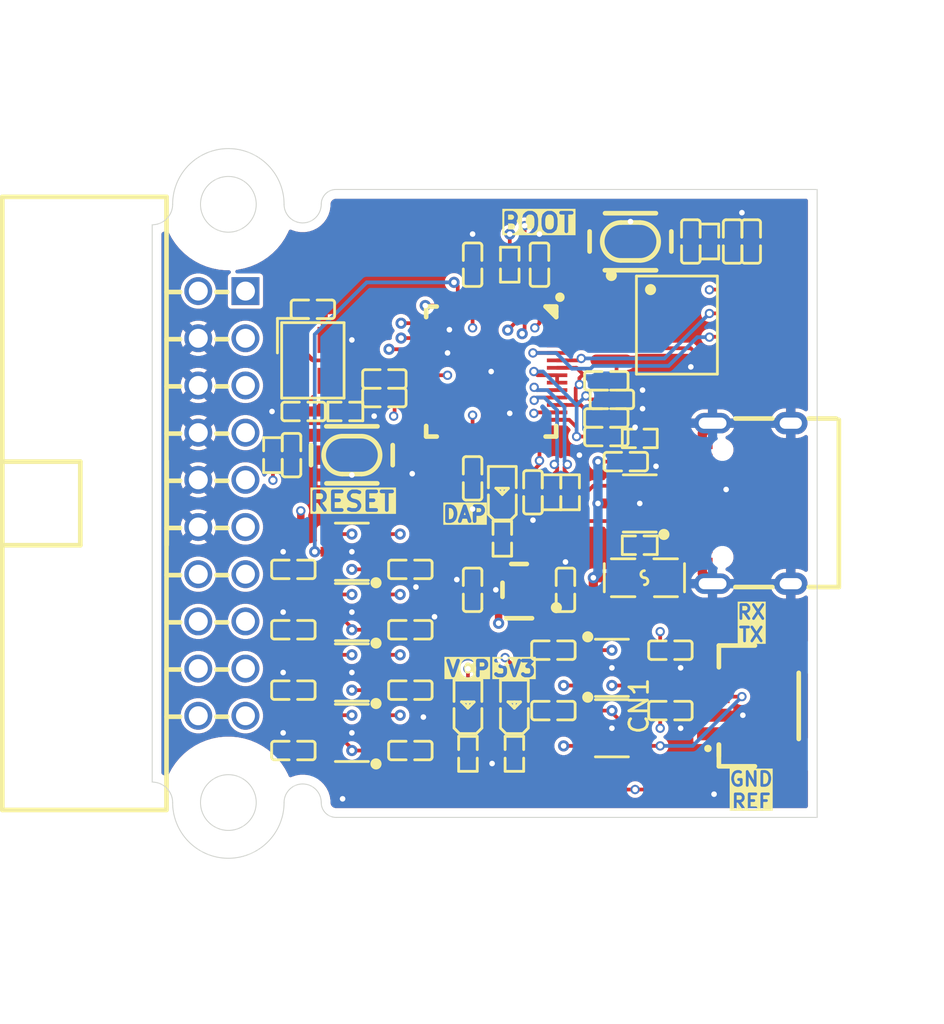
<source format=kicad_pcb>
(kicad_pcb (version 20241229) (generator "pcbnew") (generator_version "9.0")
  (layers (0 "F.Cu" signal) (4 "In1.Cu" signal) (6 "In2.Cu" signal) (2 "B.Cu" signal) (13 "F.Paste" user) (15 "B.Paste" user) (5 "F.SilkS" user "F.Silkscreen") (7 "B.SilkS" user "B.Silkscreen") (1 "F.Mask" user) (3 "B.Mask" user) (25 "Edge.Cuts" user))
  (net 0 "")
  (net 1 "GPIO8")
  (net 2 "rpdap-line-3")
  (net 3 "TARGET_SWCLK")
  (net 4 "TARGET_RESET")
  (net 5 "_5")
  (net 6 "QSPI_SCLK")
  (net 7 "QSPI_SD2")
  (net 8 "SWCLK")
  (net 9 "_20")
  (net 10 "_2")
  (net 11 "DO")
  (net 12 "rpdap.mcu-line-5")
  (net 13 "-hv")
  (net 14 "cathode-0")
  (net 15 "line-3")
  (net 16 "line-2")
  (net 17 "GPIO22")
  (net 18 "RP_USB_P")
  (net 19 "RP_USB_N")
  (net 20 "GPIO10")
  (net 21 "DI")
  (net 22 "rpdap-line-5")
  (net 23 "GPIO17")
  (net 24 "rpdap.mcu-line-4")
  (net 25 "SWD")
  (net 26 "USB_N")
  (net 27 "K")
  (net 28 "rpdap.mcu-line-6")
  (net 29 "rpdap.ldo.ldo.package.footprint.pins[3].net-net")
  (net 30 "TARGET_SWDIO")
  (net 31 "rpdap-line-6")
  (net 32 "xin")
  (net 33 "GPIO21")
  (net 34 "A")
  (net 35 "rpdap.mcu-line-0")
  (net 36 "QSPI_SD3")
  (net 37 "_17")
  (net 38 "GPIO24")
  (net 39 "GPIO7")
  (net 40 "rpdap-line-4")
  (net 41 "TARGET_SWO")
  (net 42 "line-0")
  (net 43 "RUN")
  (net 44 "rpdap-line-2")
  (net 45 "TARGET_UART_TX")
  (net 46 "rpdap.mcu-line-3")
  (net 47 "rpdap.mcu-line-1")
  (net 48 "rpdap-line-0")
  (net 49 "VBUS")
  (net 50 "_3")
  (net 51 "QSPI_SS")
  (net 52 "GND")
  (net 53 "GPIO13")
  (net 54 "_11")
  (net 55 "cathode-1")
  (net 56 "_18")
  (net 57 "output")
  (net 58 "GPIO5")
  (net 59 "xout")
  (net 60 "hv")
  (net 61 "GPIO16")
  (net 62 "DVDD")
  (net 63 "rpdap-line-1")
  (net 64 "_14")
  (net 65 "GPIO23")
  (net 66 "line-1")
  (net 67 "anode")
  (net 68 "_16")
  (net 69 "USB_P")
  (net 70 "TARGET_UART_RX")
  (net 71 "GPIO6")
  (net 72 "rpdap.mcu-line-2")
  (net 73 "GPIO4")
  (net 74 "3V3")
  (footprint "Wuxi_I_core_Elec_AiP74LVC1T45GB236_TR:SOT-23-6_L2.9-W1.6-P0.95-LS2.8-BL" (layer "F.Cu") (at 24.75 -4.800001 -90)
    (property "Reference" "U7" (hide yes))
    (property "Value" "")
  )
  (footprint "Raspberry_Pi_RP2040:LQFN-56_L7.0-W7.0-P0.4-EP" (layer "F.Cu") (at 18.25 -24 -90)
    (property "Reference" "U9" (hide yes))
    (property "Value" "")
  )
  (footprint "Samsung_Electro_Mechanics_CL05B104KO5NNNC:C0402" (layer "F.Cu") (at 13.9 -13.350001)
    (property "Reference" "C3" (hide yes))
    (property "Value" "100nF ±10% 16V X7R")
  )
  (footprint "Samsung_Electro_Mechanics_CL05B104KO5NNNC:C0402" (layer "F.Cu") (at 31.25 -31 90)
    (property "Reference" "C29" (hide yes))
    (property "Value" "100nF ±10% 16V X7R")
  )
  (footprint "Samsung_Electro_Mechanics_CL05B104KO5NNNC:C0402" (layer "F.Cu") (at 7.599998 -13.350001 180)
    (property "Reference" "C4" (hide yes))
    (property "Value" "100nF ±10% 16V X7R")
  )
  (footprint "Samsung_Electro_Mechanics_CL05B104KO5NNNC:C0402" (layer "F.Cu") (at 17.25 -18.25 -90)
    (property "Reference" "C25" (hide yes))
    (property "Value" "100nF ±10% 16V X7R")
  )
  (footprint "Samsung_Electro_Mechanics_CL05B104KO5NNNC:C0402" (layer "F.Cu") (at 20.5 -17.5 -90)
    (property "Reference" "C24" (hide yes))
    (property "Value" "100nF ±10% 16V X7R")
  )
  (footprint "UNI_ROYAL_0402WGF1002TCE:R0402" (layer "F.Cu") (at 17 -3.420001 -90)
    (property "Reference" "R11" (hide yes))
    (property "Value" "10kΩ ±1% 62.5mW")
  )
  (footprint "Samsung_Electro_Mechanics_CL05B104KO5NNNC:C0402" (layer "F.Cu") (at 27.900002 -5.750001)
    (property "Reference" "C12" (hide yes))
    (property "Value" "100nF ±10% 16V X7R")
  )
  (footprint "Samsung_Electro_Mechanics_CL05B104KO5NNNC:C0402" (layer "F.Cu") (at 13.9 -3.600001)
    (property "Reference" "C9" (hide yes))
    (property "Value" "100nF ±10% 16V X7R")
  )
  (footprint "UNI_ROYAL_0402WGF5101TCE:R0402" (layer "F.Cu") (at 26.25 -14.65 180)
    (property "Reference" "R9" (hide yes))
    (property "Value" "5.1kΩ ±1% 62.5mW")
  )
  (footprint "Samsung_Electro_Mechanics_CL05A105KA5NQNC:C0402" (layer "F.Cu") (at 7.500001 -19.5 -90)
    (property "Reference" "C30" (hide yes))
    (property "Value" "1µF ±10% 25V X5R")
  )
  (footprint "FH_0402CG150J500NT:C0402" (layer "F.Cu") (at 8.15 -21.85 180)
    (property "Reference" "C20" (hide yes))
    (property "Value" "15pF ±5% 50V C0G")
  )
  (footprint "Samsung_Electro_Mechanics_CL05B104KO5NNNC:C0402" (layer "F.Cu") (at 12.500001 -22.6 180)
    (property "Reference" "C18" (hide yes))
    (property "Value" "100nF ±10% 16V X7R")
  )
  (footprint "Samsung_Electro_Mechanics_CL05B104KO5NNNC:C0402" (layer "F.Cu") (at 13.9 -10.100001)
    (property "Reference" "C5" (hide yes))
    (property "Value" "100nF ±10% 16V X7R")
  )
  (footprint "Samsung_Electro_Mechanics_CL05B104KO5NNNC:C0402" (layer "F.Cu") (at 7.599999 -3.6 180)
    (property "Reference" "C10" (hide yes))
    (property "Value" "100nF ±10% 16V X7R")
  )
  (footprint "YAGEO_RC0402FR_0727RL:R0402" (layer "F.Cu") (at 22.5 -17.5 90)
    (property "Reference" "R7" (hide yes))
    (property "Value" "27Ω ±1% 62.5mW")
  )
  (footprint "Wuxi_I_core_Elec_AiP74LVC1T45GB236_TR:SOT-23-6_L2.9-W1.6-P0.95-LS2.8-BL" (layer "F.Cu") (at 24.75 -8.050001 -90)
    (property "Reference" "U8" (hide yes))
    (property "Value" "")
  )
  (footprint "Wuxi_I_core_Elec_AiP74LVC1T45GB236_TR:SOT-23-6_L2.9-W1.6-P0.95-LS2.8-BL" (layer "F.Cu") (at 10.75 -7.800001 90)
    (property "Reference" "U5" (hide yes))
    (property "Value" "")
  )
  (footprint "Megastar_ZX_IDC2_54_2_10PWZ:IDC-TH_20P-P2.54_ZX-IDC2.54-2-10PWZ" (layer "F.Cu") (at 3.75 -16.9 -90)
    (property "Reference" "U1" (hide yes))
    (property "Value" "")
  )
  (footprint "Samsung_Electro_Mechanics_CL05B104KO5NNNC:C0402" (layer "F.Cu") (at 21.6 -5.750001 180)
    (property "Reference" "C11" (hide yes))
    (property "Value" "100nF ±10% 16V X7R")
  )
  (footprint "Samsung_Electro_Mechanics_CL05B104KO5NNNC:C0402" (layer "F.Cu") (at 12.5 -23.6 180)
    (property "Reference" "C23" (hide yes))
    (property "Value" "100nF ±10% 16V X7R")
  )
  (footprint "BHFUSE_BSMD0805_050_15V:F0805" (layer "F.Cu") (at 26.5 -12.9 180)
    (property "Reference" "F1" (hide yes))
    (property "Value" "")
  )
  (footprint "Samsung_Electro_Mechanics_CL05B104KO5NNNC:C0402" (layer "F.Cu") (at 7.599998 -10.100001 180)
    (property "Reference" "C6" (hide yes))
    (property "Value" "100nF ±10% 16V X7R")
  )
  (footprint "UNI_ROYAL_0402WGF1002TCE:R0402" (layer "F.Cu") (at 6.5 -19.5 90)
    (property "Reference" "R6" (hide yes))
    (property "Value" "10kΩ ±1% 62.5mW")
  )
  (footprint "Samsung_Electro_Mechanics_CL05B104KO5NNNC:C0402" (layer "F.Cu") (at 21.6 -9.000001 180)
    (property "Reference" "C13" (hide yes))
    (property "Value" "100nF ±10% 16V X7R")
  )
  (footprint "Samsung_Electro_Mechanics_CL05A105KA5NQNC:C0402" (layer "F.Cu") (at 28.999999 -31 90)
    (property "Reference" "C15" (hide yes))
    (property "Value" "1µF ±10% 25V X5R")
  )
  (footprint "UNI_ROYAL_0402WGF1001TCE:R0402" (layer "F.Cu") (at 10.4 -21.85)
    (property "Reference" "R4" (hide yes))
    (property "Value" "1kΩ ±1% 62.5mW")
  )
  (footprint "Hubei_KENTO_Elec_KT_0603R:LED0603-RD" (layer "F.Cu") (at 18.85 -17.5 90)
    (property "Reference" "LED2" (hide yes))
    (property "Value" "")
  )
  (footprint "Samsung_Electro_Mechanics_CL05A225MQ5NSNC:C0402" (layer "F.Cu") (at 24.45 -20.5)
    (property "Reference" "C21" (hide yes))
    (property "Value" "2.2µF ±20% 6.3V X5R")
  )
  (footprint "STMicroelectronics_USBLC6_2SC6:SOT-23-6_L2.9-W1.6-P0.95-LS2.8-BL" (layer "F.Cu") (at 26.25 -16.9 90)
    (property "Reference" "D1" (hide yes))
    (property "Value" "")
  )
  (footprint "Samsung_Electro_Mechanics_CL05B104KO5NNNC:C0402" (layer "F.Cu") (at 13.9 -6.850001)
    (property "Reference" "C7" (hide yes))
    (property "Value" "100nF ±10% 16V X7R")
  )
  (footprint "Samsung_Electro_Mechanics_CL05B104KO5NNNC:C0402" (layer "F.Cu") (at 24.45 -23.500001)
    (property "Reference" "C17" (hide yes))
    (property "Value" "100nF ±10% 16V X7R")
  )
  (footprint "Wuxi_I_core_Elec_AiP74LVC1T45GB236_TR:SOT-23-6_L2.9-W1.6-P0.95-LS2.8-BL" (layer "F.Cu") (at 10.75 -14.300001 90)
    (property "Reference" "U3" (hide yes))
    (property "Value" "")
  )
  (footprint "FH_0402CG150J500NT:C0402" (layer "F.Cu") (at 8.65 -27.35)
    (property "Reference" "C19" (hide yes))
    (property "Value" "15pF ±5% 50V C0G")
  )
  (footprint "Samsung_Electro_Mechanics_CL05A225MQ5NSNC:C0402" (layer "F.Cu") (at 32.249999 -31 90)
    (property "Reference" "C28" (hide yes))
    (property "Value" "2.2µF ±20% 6.3V X5R")
  )
  (footprint "UNI_ROYAL_0402WGF1003TCE:R0402" (layer "F.Cu") (at 19.25 -29.75 90)
    (property "Reference" "R2" (hide yes))
    (property "Value" "100kΩ ±1% 62.5mW")
  )
  (footprint "YAGEO_RC0402FR_0727RL:R0402" (layer "F.Cu") (at 21.5 -17.5 90)
    (property "Reference" "R8" (hide yes))
    (property "Value" "27Ω ±1% 62.5mW")
  )
  (footprint "UNI_ROYAL_0402WGF1002TCE:R0402" (layer "F.Cu") (at 18.85 -15 90)
    (property "Reference" "R5" (hide yes))
    (property "Value" "10kΩ ±1% 62.5mW")
  )
  (footprint "Samsung_Electro_Mechanics_CL05B104KO5NNNC:C0402" (layer "F.Cu") (at 27.900002 -9.000001)
    (property "Reference" "C14" (hide yes))
    (property "Value" "100nF ±10% 16V X7R")
  )
  (footprint "Samsung_Electro_Mechanics_CL05B104KO5NNNC:C0402" (layer "F.Cu") (at 24.75 -22.5)
    (property "Reference" "C22" (hide yes))
    (property "Value" "100nF ±10% 16V X7R")
  )
  (footprint "UNI_ROYAL_0402WGF1001TCE:R0402" (layer "F.Cu") (at 19.5 -3.420001 -90)
    (property "Reference" "R1" (hide yes))
    (property "Value" "1kΩ ±1% 62.5mW")
  )
  (footprint "Wuxi_I_core_Elec_AiP74LVC1T45GB236_TR:SOT-23-6_L2.9-W1.6-P0.95-LS2.8-BL" (layer "F.Cu") (at 10.75 -4.550001 90)
    (property "Reference" "U6" (hide yes))
    (property "Value" "")
  )
  (footprint "Samsung_Electro_Mechanics_CL05B104KO5NNNC:C0402" (layer "F.Cu") (at 17.25 -29.75 90)
    (property "Reference" "C27" (hide yes))
    (property "Value" "100nF ±10% 16V X7R")
  )
  (footprint "UNI_ROYAL_0402WGF5101TCE:R0402" (layer "F.Cu") (at 26.25 -20.4 180)
    (property "Reference" "R10" (hide yes))
    (property "Value" "5.1kΩ ±1% 62.5mW")
  )
  (footprint "Samsung_Electro_Mechanics_CL05B104KO5NNNC:C0402" (layer "F.Cu") (at 25.5 -19.15)
    (property "Reference" "C31" (hide yes))
    (property "Value" "100nF ±10% 16V X7R")
  )
  (footprint "SHOU_HAN_TYPE_C_16PIN_2MD_073:USB-C-SMD_TYPE-C-6PIN-2MD-073" (layer "F.Cu") (at 32 -16.9 90)
    (property "Reference" "USB1" (hide yes))
    (property "Value" "")
  )
  (footprint "TECH_PUBLIC_TPAP2112K_3_3TRG1:SOT-23-5_L2.9-W1.6-P0.95-LS2.8-BR" (layer "F.Cu") (at 19.75 -12.25)
    (property "Reference" "U2" (hide yes))
    (property "Value" "")
  )
  (footprint "Wuxi_I_core_Elec_AiP74LVC1T45GB236_TR:SOT-23-6_L2.9-W1.6-P0.95-LS2.8-BL" (layer "F.Cu") (at 10.75 -11.050001 90)
    (property "Reference" "U4" (hide yes))
    (property "Value" "")
  )
  (footprint "Samsung_Electro_Mechanics_CL05A225MQ5NSNC:C0402" (layer "F.Cu") (at 24.45 -21.5)
    (property "Reference" "C16" (hide yes))
    (property "Value" "2.2µF ±20% 6.3V X5R")
  )
  (footprint "Samsung_Electro_Mechanics_CL05B104KO5NNNC:C0402" (layer "F.Cu") (at 20.850001 -29.75 90)
    (property "Reference" "C26" (hide yes))
    (property "Value" "100nF ±10% 16V X7R")
  )
  (footprint "Samsung_Electro_Mechanics_CL05B104KO5NNNC:C0402" (layer "F.Cu") (at 7.599999 -6.85 180)
    (property "Reference" "C8" (hide yes))
    (property "Value" "100nF ±10% 16V X7R")
  )
  (footprint "Hubei_KENTO_Elec_Blue_light_0603:LED0603-RD" (layer "F.Cu") (at 17 -6 90)
    (property "Reference" "LED3" (hide yes))
    (property "Value" "")
  )
  (footprint "ALPSALPINE_SKRPACE010:KEY-SMD_4P-L4.2-W3.2-P2.20-LS4.6" (layer "F.Cu") (at 25.749999 -31)
    (property "Reference" "SW1" (hide yes))
    (property "Value" "")
  )
  (footprint "HCTL_HC_1_0_4PWT_B_HW:CONN-SMD_4P-P1.00_HCTL_HC-1.0-4PWT" (layer "F.Cu") (at 32.1 -6 90)
    (property "Reference" "CN1" (hide yes))
    (property "Value" "")
  )
  (footprint "Samsung_Electro_Mechanics_CL05B104KO5NNNC:C0402" (layer "F.Cu") (at 22.25 -12.25 90)
    (property "Reference" "C1" (hide yes))
    (property "Value" "100nF ±10% 16V X7R")
  )
  (footprint "Hubei_KENTO_Elec_KT_0603R:LED0603-RD" (layer "F.Cu") (at 19.5 -6 90)
    (property "Reference" "LED1" (hide yes))
    (property "Value" "")
  )
  (footprint "Winbond_Elec_W25Q128JVSIQ:SOIC-8_L5.3-W5.3-P1.27-LS8.0-BL" (layer "F.Cu") (at 28.25 -26.5 -90)
    (property "Reference" "U10" (hide yes))
    (property "Value" "")
  )
  (footprint "ALPSALPINE_SKRPACE010:KEY-SMD_4P-L4.2-W3.2-P2.20-LS4.6" (layer "F.Cu") (at 10.750001 -19.5 180)
    (property "Reference" "SW2" (hide yes))
    (property "Value" "")
  )
  (footprint "Yangxing_Tech_X322512MSB4SI:CRYSTAL-SMD_4P-L3.2-W2.5-BL" (layer "F.Cu") (at 8.65 -24.6 -90)
    (property "Reference" "X1" (hide yes))
    (property "Value" "")
  )
  (footprint "UNI_ROYAL_0402WGF1002TCE:R0402" (layer "F.Cu") (at 30 -31 -90)
    (property "Reference" "R3" (hide yes))
    (property "Value" "10kΩ ±1% 62.5mW")
  )
  (footprint "Samsung_Electro_Mechanics_CL05B104KO5NNNC:C0402" (layer "F.Cu") (at 17.25 -12.25 90)
    (property "Reference" "C2" (hide yes))
    (property "Value" "100nF ±10% 16V X7R")
  )
  (gr_line (start -0.000002 -1.899999) (end 0 -31.900001) (stroke (width 0.05)) (layer "Edge.Cuts"))
  (gr_circle (center 4.1 -33) (end 4.1 -34.5) (stroke (width 0.05)) (fill no) (layer "Edge.Cuts"))
  (gr_arc (start 0 -1.9) (mid 0.777817 -1.577817) (end 1.1 -0.8) (stroke (width 0.05)) (layer "Edge.Cuts"))
  (gr_arc (start 9.1 -33) (mid 9.334315 -33.565685) (end 9.9 -33.8) (stroke (width 0.05)) (layer "Edge.Cuts"))
  (gr_arc (start 7.1 -0.8) (mid 8.1 -1.8) (end 9.1 -0.8) (stroke (width 0.05)) (layer "Edge.Cuts"))
  (gr_circle (center 4.1 -0.8) (end 4.1 0.7) (stroke (width 0.05)) (fill no) (layer "Edge.Cuts"))
  (gr_line (start 35.8 0) (end 9.9 0) (stroke (width 0.05)) (layer "Edge.Cuts"))
  (gr_arc (start 7.1 -0.8) (mid 4.1 2.2) (end 1.1 -0.8) (stroke (width 0.05)) (layer "Edge.Cuts"))
  (gr_arc (start 1.1 -33) (mid 4.1 -36) (end 7.1 -33) (stroke (width 0.05)) (layer "Edge.Cuts"))
  (gr_line (start 35.8 -33.8) (end 35.8 0) (stroke (width 0.05)) (layer "Edge.Cuts"))
  (gr_arc (start 9.1 -33) (mid 8.1 -32) (end 7.1 -33) (stroke (width 0.05)) (layer "Edge.Cuts"))
  (gr_line (start 9.9 -33.8) (end 35.8 -33.8) (stroke (width 0.05)) (layer "Edge.Cuts"))
  (gr_arc (start 1.1 -33) (mid 0.777817 -32.222183) (end 0 -31.9) (stroke (width 0.05)) (layer "Edge.Cuts"))
  (gr_arc (start 9.9 0) (mid 9.334315 -0.234315) (end 9.1 -0.8) (stroke (width 0.05)) (layer "Edge.Cuts"))
  (gr_text "3V3" (at 19.5 -8 0) (layer "F.SilkS" knockout) (effects (font (size 0.8 0.8) (thickness 0.2) (bold yes))))
  (gr_text "BOOT" (at 20.75 -32 0) (layer "F.SilkS" knockout) (effects (font (size 1 1) (thickness 0.2))))
  (gr_text "VCP" (at 17 -8 0) (layer "F.SilkS" knockout) (effects (font (size 0.8 0.8) (thickness 0.2) (bold yes))))
  (gr_text "RX\nTX" (at 32.25 -9.4 0) (layer "F.SilkS" knockout) (effects (font (size 0.75 0.75) (thickness 0.15) (bold yes)) (justify bottom)))
  (gr_text "RESET" (at 10.750001 -17 0) (layer "F.SilkS" knockout) (effects (font (size 1 1) (thickness 0.2))))
  (gr_text "GND\nREF" (at 32.25 -2.5 0) (layer "F.SilkS" knockout) (effects (font (size 0.75 0.75) (thickness 0.15) (bold yes)) (justify top)))
  (gr_text "DAP" (at 18.1 -16.31 0) (layer "F.SilkS" knockout) (effects (font (size 0.8 0.8) (thickness 0.2) (bold yes)) (justify right)))
  (segment (start 11.9 -8.750001) (end 13.35 -8.750001) (width 0.2) (layer "F.Cu") (net 2))
  (segment (start 14.7 -25.8) (end 13.4 -25.8) (width 0.2) (layer "F.Cu") (net 2))
  (via (at 13.35 -8.750001) (size 0.6) (drill 0.3) (layers "F.Cu" "B.Cu") (net 2))
  (via (at 13.4 -25.8) (size 0.6) (drill 0.3) (layers "F.Cu" "B.Cu") (net 2))
  (segment (start 9.6 -12.000001) (end 10.75 -12.000001) (width 0.2) (layer "F.Cu") (net 3))
  (via (at 10.75 -12.000001) (size 0.6) (drill 0.3) (layers "F.Cu" "B.Cu") (net 3))
  (segment (start 9.6 -5.500001) (end 10.75 -5.500002) (width 0.2) (layer "F.Cu") (net 4))
  (via (at 10.75 -5.500002) (size 0.6) (drill 0.3) (layers "F.Cu" "B.Cu") (net 4))
  (segment (start 30.02 -25.87) (end 30 -25.85) (width 0.2) (layer "F.Cu") (net 6))
  (segment (start 21.8 -25) (end 20.5 -25) (width 0.2) (layer "F.Cu") (net 6))
  (segment (start 31.78 -25.87) (end 30.02 -25.87) (width 0.2) (layer "F.Cu") (net 6))
  (via (at 20.5 -25) (size 0.5) (drill 0.3) (layers "F.Cu" "B.Cu") (net 6))
  (via (at 30 -25.85) (size 0.5) (drill 0.3) (layers "F.Cu" "B.Cu") (net 6))
  (segment (start 27.803 -24.302999) (end 23.75 -24.303) (width 0.2) (layer "B.Cu") (net 6))
  (segment (start 21.75 -25) (end 20.5 -25) (width 0.2) (layer "B.Cu") (net 6))
  (segment (start 29.35 -25.85) (end 27.803 -24.302999) (width 0.2) (layer "B.Cu") (net 6))
  (segment (start 30 -25.85) (end 29.35 -25.85) (width 0.2) (layer "B.Cu") (net 6))
  (segment (start 22.597 -24.153) (end 21.75 -25) (width 0.2) (layer "B.Cu") (net 6))
  (segment (start 23.75 -24.303) (end 23.6 -24.153) (width 0.2) (layer "B.Cu") (net 6))
  (segment (start 23.6 -24.153) (end 22.597 -24.153) (width 0.2) (layer "B.Cu") (net 6))
  (segment (start 21.8 -25.8) (end 22.95 -25.8) (width 0.2) (layer "F.Cu") (net 7))
  (segment (start 23.02 -25.87) (end 24.72 -25.87) (width 0.2) (layer "F.Cu") (net 7))
  (segment (start 22.95 -25.8) (end 23.02 -25.87) (width 0.2) (layer "F.Cu") (net 7))
  (segment (start 22.55 -26.2) (end 23.48 -27.13) (width 0.2) (layer "F.Cu") (net 11))
  (segment (start 21.8 -26.2) (end 22.55 -26.2) (width 0.2) (layer "F.Cu") (net 11))
  (segment (start 23.48 -27.13) (end 24.72 -27.13) (width 0.2) (layer "F.Cu") (net 11))
  (segment (start 30.21 -2.96) (end 30.21 -4.5) (width 0.2) (layer "F.Cu") (net 13))
  (segment (start 8 -16.5) (end 8 -13.499999) (width 0.4) (layer "F.Cu") (net 13))
  (segment (start 28.75 -1.5) (end 30.21 -2.96) (width 0.2) (layer "F.Cu") (net 13))
  (segment (start 8.75 -2.5) (end 10 -2.5) (width 0.2) (layer "F.Cu") (net 13))
  (segment (start 8.15 -10.100001) (end 9.6 -10.100001) (width 0.2) (layer "F.Cu") (net 13))
  (segment (start 26 -1.5) (end 28.75 -1.5) (width 0.2) (layer "F.Cu") (net 13))
  (segment (start 8.149999 -3.6) (end 8.149999 -3.100001) (width 0.2) (layer "F.Cu") (net 13))
  (segment (start 10 -2.5) (end 11 -1.5) (width 0.2) (layer "F.Cu") (net 13))
  (segment (start 8 -13.499999) (end 8.149998 -13.350001) (width 0.4) (layer "F.Cu") (net 13))
  (segment (start 8.149999 -3.100001) (end 8.75 -2.5) (width 0.2) (layer "F.Cu") (net 13))
  (segment (start 8.15 -13.350001) (end 9.6 -13.350001) (width 0.2) (layer "F.Cu") (net 13))
  (segment (start 27.350002 -9.999998) (end 27.35 -10) (width 0.2) (layer "F.Cu") (net 13))
  (segment (start 27.350002 -9.000001) (end 27.350002 -9.999998) (width 0.2) (layer "F.Cu") (net 13))
  (segment (start 11 -1.5) (end 26 -1.5) (width 0.2) (layer "F.Cu") (net 13))
  (segment (start 27.35 -5.750001) (end 25.9 -5.750001) (width 0.2) (layer "F.Cu") (net 13))
  (segment (start 27.35 -9.000001) (end 25.9 -9.000001) (width 0.2) (layer "F.Cu") (net 13))
  (segment (start 8.15 -6.850001) (end 9.6 -6.850001) (width 0.2) (layer "F.Cu") (net 13))
  (segment (start 8.15 -3.600001) (end 9.6 -3.600001) (width 0.2) (layer "F.Cu") (net 13))
  (segment (start 27.350002 -5.750001) (end 27.350002 -4.800002) (width 0.2) (layer "F.Cu") (net 13))
  (segment (start 8.149998 -13.350001) (end 8.15 -3.600001) (width 0.2) (layer "F.Cu") (net 13))
  (segment (start 27.350002 -4.800002) (end 27.35 -4.8) (width 0.2) (layer "F.Cu") (net 13))
  (via (at 27.35 -10) (size 0.5) (drill 0.3) (layers "F.Cu" "B.Cu") (net 13))
  (via (at 26 -1.5) (size 0.5) (drill 0.3) (layers "F.Cu" "B.Cu") (net 13))
  (via (at 27.35 -4.8) (size 0.5) (drill 0.3) (layers "F.Cu" "B.Cu") (net 13))
  (via (at 8 -16.5) (size 0.5) (drill 0.3) (layers "F.Cu" "B.Cu") (net 13))
  (segment (start 19.493678 -5.193678) (end 19.5 -5.200001) (width 0.2) (layer "F.Cu") (net 14))
  (segment (start 19.493678 -3.942837) (end 19.493678 -5.193678) (width 0.2) (layer "F.Cu") (net 14))
  (segment (start 22.5 -18.357501) (end 22.2 -18.657501) (width 0.2) (layer "F.Cu") (net 18))
  (segment (start 22.2 -18.657501) (end 22.2 -18.85) (width 0.2) (layer "F.Cu") (net 18))
  (segment (start 21.8 -23) (end 20.714537 -23) (width 0.2) (layer "F.Cu") (net 18))
  (segment (start 22.2 -18.85) (end 22.35 -19) (width 0.2) (layer "F.Cu") (net 18))
  (segment (start 22.5 -17.93) (end 22.5 -18.357501) (width 0.2) (layer "F.Cu") (net 18))
  (segment (start 20.714537 -23) (end 20.564537 -23.15) (width 0.2) (layer "F.Cu") (net 18))
  (via (at 22.35 -19) (size 0.5) (drill 0.3) (layers "F.Cu" "B.Cu") (net 18))
  (via (at 20.564537 -23.15) (size 0.5) (drill 0.3) (layers "F.Cu" "B.Cu") (net 18))
  (segment (start 20.564537 -23.15) (end 20.714537 -23) (width 0.2) (layer "B.Cu") (net 18))
  (segment (start 20.714537 -23) (end 21.282844 -23) (width 0.2) (layer "B.Cu") (net 18))
  (segment (start 22.2 -22.082844) (end 22.2 -19.15) (width 0.2) (layer "B.Cu") (net 18))
  (segment (start 22.2 -19.15) (end 22.35 -19) (width 0.2) (layer "B.Cu") (net 18))
  (segment (start 21.282844 -23) (end 22.2 -22.082844) (width 0.2) (layer "B.Cu") (net 18))
  (segment (start 21.5 -18.357501) (end 21.8 -18.657501) (width 0.2) (layer "F.Cu") (net 19))
  (segment (start 21.8 -18.657501) (end 21.8 -18.85) (width 0.2) (layer "F.Cu") (net 19))
  (segment (start 21.800001 -22.6) (end 20.714537 -22.6) (width 0.2) (layer "F.Cu") (net 19))
  (segment (start 20.714537 -22.6) (end 20.564537 -22.45) (width 0.2) (layer "F.Cu") (net 19))
  (segment (start 21.8 -18.85) (end 21.65 -19) (width 0.2) (layer "F.Cu") (net 19))
  (segment (start 21.5 -17.93) (end 21.5 -18.357501) (width 0.2) (layer "F.Cu") (net 19))
  (via (at 21.65 -19) (size 0.5) (drill 0.3) (layers "F.Cu" "B.Cu") (net 19))
  (via (at 20.564537 -22.45) (size 0.5) (drill 0.3) (layers "F.Cu" "B.Cu") (net 19))
  (segment (start 20.714537 -22.6) (end 21.117156 -22.6) (width 0.2) (layer "B.Cu") (net 19))
  (segment (start 20.564537 -22.45) (end 20.714537 -22.6) (width 0.2) (layer "B.Cu") (net 19))
  (segment (start 21.8 -21.917156) (end 21.8 -19.15) (width 0.2) (layer "B.Cu") (net 19))
  (segment (start 21.8 -19.15) (end 21.65 -19) (width 0.2) (layer "B.Cu") (net 19))
  (segment (start 21.117156 -22.6) (end 21.8 -21.917156) (width 0.2) (layer "B.Cu") (net 19))
  (segment (start 29.65 -24.6) (end 31.78 -24.6) (width 0.2) (layer "F.Cu") (net 21))
  (segment (start 28.996 -25.253999) (end 29.65 -24.6) (width 0.2) (layer "F.Cu") (net 21))
  (segment (start 22.85 -25.4) (end 22.996 -25.254) (width 0.2) (layer "F.Cu") (net 21))
  (segment (start 21.800001 -25.4) (end 22.85 -25.4) (width 0.2) (layer "F.Cu") (net 21))
  (segment (start 22.996 -25.254) (end 28.996 -25.253999) (width 0.2) (layer "F.Cu") (net 21))
  (segment (start 20.05 -28.7) (end 20.45 -28.3) (width 0.2) (layer "F.Cu") (net 22))
  (segment (start 23.6 -3.850001) (end 22.15 -3.85) (width 0.2) (layer "F.Cu") (net 22))
  (segment (start 20.45 -28.3) (end 20.45 -27.55) (width 0.2) (layer "F.Cu") (net 22))
  (segment (start 20.05 -31.85) (end 20.05 -28.7) (width 0.2) (layer "F.Cu") (net 22))
  (via (at 22.15 -3.85) (size 0.6) (drill 0.3) (layers "F.Cu" "B.Cu") (net 22))
  (via (at 20.05 -31.85) (size 0.5) (drill 0.3) (layers "F.Cu" "B.Cu") (net 22))
  (segment (start 30.5 -16.15) (end 30.75 -16.4) (width 0.2) (layer "F.Cu") (net 26))
  (segment (start 30.75 -16.4) (end 30.750001 -16.9) (width 0.2) (layer "F.Cu") (net 26))
  (segment (start 28.299999 -15.95) (end 27.4 -15.95) (width 0.2) (layer "F.Cu") (net 26))
  (segment (start 22.05 -15.95) (end 21.5 -16.5) (width 0.2) (layer "F.Cu") (net 26))
  (segment (start 21.5 -16.5) (end 21.5 -17.07) (width 0.2) (layer "F.Cu") (net 26))
  (segment (start 30.5 -17.15) (end 29.62 -17.15) (width 0.2) (layer "F.Cu") (net 26))
  (segment (start 28.5 -16.15) (end 28.299999 -15.95) (width 0.2) (layer "F.Cu") (net 26))
  (segment (start 25.1 -15.95) (end 22.05 -15.95) (width 0.2) (layer "F.Cu") (net 26))
  (segment (start 30.750001 -16.9) (end 30.5 -17.15) (width 0.2) (layer "F.Cu") (net 26))
  (segment (start 27.4 -15.95) (end 25.1 -15.95) (width 0.2) (layer "F.Cu") (net 26))
  (segment (start 29.62 -16.15) (end 30.5 -16.15) (width 0.2) (layer "F.Cu") (net 26))
  (segment (start 29.62 -16.15) (end 28.5 -16.15) (width 0.2) (layer "F.Cu") (net 26))
  (segment (start 18.85 -16.700001) (end 18.85 -15.43) (width 0.2) (layer "F.Cu") (net 27))
  (segment (start 9.6 -15.250001) (end 10.75 -15.25) (width 0.2) (layer "F.Cu") (net 30))
  (via (at 10.75 -15.25) (size 0.6) (drill 0.3) (layers "F.Cu" "B.Cu") (net 30))
  (segment (start 20.05 -26.166543) (end 19.919073 -26.035616) (width 0.2) (layer "F.Cu") (net 31))
  (segment (start 22.15 -7.100001) (end 23.6 -7.100002) (width 0.2) (layer "F.Cu") (net 31))
  (segment (start 20.05 -27.55) (end 20.05 -26.166543) (width 0.2) (layer "F.Cu") (net 31))
  (via (at 19.919073 -26.035616) (size 0.6) (drill 0.3) (layers "F.Cu" "B.Cu") (net 31))
  (via (at 22.15 -7.100001) (size 0.6) (drill 0.3) (layers "F.Cu" "B.Cu") (net 31))
  (segment (start 8.1 -26) (end 7.800001 -25.7) (width 0.25) (layer "F.Cu") (net 32))
  (segment (start 7.800001 -25.7) (end 7.8 -25.45) (width 0.25) (layer "F.Cu") (net 32))
  (segment (start 8.1 -27.35) (end 8.1 -26) (width 0.25) (layer "F.Cu") (net 32))
  (segment (start 8.65 -24.6) (end 8.6 -24.65) (width 0.2) (layer "F.Cu") (net 32))
  (segment (start 7.8 -25.45) (end 8.6 -24.65) (width 0.25) (layer "F.Cu") (net 32))
  (segment (start 14.7 -24.6) (end 8.65 -24.6) (width 0.2) (layer "F.Cu") (net 32))
  (segment (start 18.85 -20.45) (end 18.85 -18.3) (width 0.2) (layer "F.Cu") (net 34))
  (segment (start 22.996 -24.6) (end 23.1 -24.704) (width 0.2) (layer "F.Cu") (net 36))
  (segment (start 31.78 -27.13) (end 30.005 -27.13) (width 0.2) (layer "F.Cu") (net 36))
  (segment (start 21.8 -24.6) (end 22.996 -24.6) (width 0.2) (layer "F.Cu") (net 36))
  (segment (start 30.005 -27.13) (end 30 -27.125) (width 0.2) (layer "F.Cu") (net 36))
  (via (at 30 -27.125) (size 0.5) (drill 0.3) (layers "F.Cu" "B.Cu") (net 36))
  (via (at 23.1 -24.704) (size 0.5) (drill 0.3) (layers "F.Cu" "B.Cu") (net 36))
  (segment (start 23.1 -24.704) (end 27.579 -24.704) (width 0.2) (layer "B.Cu") (net 36))
  (segment (start 30 -27.125) (end 27.579 -24.704) (width 0.2) (layer "B.Cu") (net 36))
  (segment (start 13.9 -25.4) (end 13.8 -25.3) (width 0.2) (layer "F.Cu") (net 40))
  (segment (start 11.9 -5.500001) (end 13.35 -5.500001) (width 0.2) (layer "F.Cu") (net 40))
  (segment (start 13.7 -25.2) (end 12.75 -25.2) (width 0.2) (layer "F.Cu") (net 40))
  (segment (start 13.8 -25.3) (end 13.7 -25.2) (width 0.2) (layer "F.Cu") (net 40))
  (segment (start 14.699999 -25.4) (end 13.9 -25.4) (width 0.2) (layer "F.Cu") (net 40))
  (via (at 12.75 -25.2) (size 0.6) (drill 0.3) (layers "F.Cu" "B.Cu") (net 40))
  (via (at 13.35 -5.500001) (size 0.6) (drill 0.3) (layers "F.Cu" "B.Cu") (net 40))
  (segment (start 9.6 -8.750001) (end 10.75 -8.750002) (width 0.2) (layer "F.Cu") (net 41))
  (via (at 10.75 -8.750002) (size 0.6) (drill 0.3) (layers "F.Cu" "B.Cu") (net 41))
  (segment (start 27.5671 -14.65) (end 28.567101 -15.65) (width 0.2) (layer "F.Cu") (net 42))
  (segment (start 26.68 -14.65) (end 27.5671 -14.65) (width 0.2) (layer "F.Cu") (net 42))
  (segment (start 28.567101 -15.65) (end 29.619999 -15.65) (width 0.2) (layer "F.Cu") (net 42))
  (segment (start 6.5 -19.93) (end 7.38 -19.93) (width 0.25) (layer "F.Cu") (net 43))
  (segment (start 14.7 -22.2) (end 13.95 -22.2) (width 0.2) (layer "F.Cu") (net 43))
  (segment (start 8.13 -20.05) (end 8.65 -20.57) (width 0.25) (layer "F.Cu") (net 43))
  (segment (start 12.85 -20.57) (end 8.65 -20.57) (width 0.25) (layer "F.Cu") (net 43))
  (segment (start 13.12 -20.57) (end 12.85 -20.57) (width 0.2) (layer "F.Cu") (net 43))
  (segment (start 13.749999 -21.2) (end 13.12 -20.57) (width 0.2) (layer "F.Cu") (net 43))
  (segment (start 13.95 -22.2) (end 13.75 -22) (width 0.2) (layer "F.Cu") (net 43))
  (segment (start 13.75 -22) (end 13.749999 -21.2) (width 0.2) (layer "F.Cu") (net 43))
  (segment (start 7.38 -19.93) (end 7.5 -20.05) (width 0.25) (layer "F.Cu") (net 43))
  (segment (start 7.5 -20.05) (end 8.13 -20.05) (width 0.25) (layer "F.Cu") (net 43))
  (segment (start 15.649999 -27.55) (end 14.7 -27.55) (width 0.2) (layer "F.Cu") (net 44))
  (segment (start 11.9 -12) (end 13.35 -12.000001) (width 0.2) (layer "F.Cu") (net 44))
  (via (at 13.35 -12.000001) (size 0.6) (drill 0.3) (layers "F.Cu" "B.Cu") (net 44))
  (via (at 14.7 -27.55) (size 0.6) (drill 0.3) (layers "F.Cu" "B.Cu") (net 44))
  (segment (start 25.9 -3.850001) (end 27.35 -3.85) (width 0.2) (layer "F.Cu") (net 45))
  (segment (start 30.21 -6.5) (end 31.75 -6.5) (width 0.2) (layer "F.Cu") (net 45))
  (via (at 27.35 -3.85) (size 0.5) (drill 0.3) (layers "F.Cu" "B.Cu") (net 45))
  (via (at 31.75 -6.5) (size 0.5) (drill 0.3) (layers "F.Cu" "B.Cu") (net 45))
  (segment (start 27.35 -3.85) (end 29.1 -3.85) (width 0.2) (layer "B.Cu") (net 45))
  (segment (start 29.1 -3.85) (end 31.75 -6.5) (width 0.2) (layer "B.Cu") (net 45))
  (segment (start 11.9 -15.25) (end 13.35 -15.250001) (width 0.2) (layer "F.Cu") (net 48))
  (segment (start 13.4 -26.600001) (end 14.7 -26.600001) (width 0.2) (layer "F.Cu") (net 48))
  (via (at 13.35 -15.250001) (size 0.6) (drill 0.3) (layers "F.Cu" "B.Cu") (net 48))
  (via (at 13.4 -26.600001) (size 0.6) (drill 0.3) (layers "F.Cu" "B.Cu") (net 48))
  (segment (start 22.25 -11.7) (end 21.850001 -11.3) (width 0.4) (layer "F.Cu") (net 49))
  (segment (start 24.95 -19.15) (end 24 -19.15) (width 0.2) (layer "F.Cu") (net 49))
  (segment (start 24 -16.9) (end 25.1 -16.9) (width 0.53) (layer "F.Cu") (net 49))
  (segment (start 19.95 -11.3) (end 20.85 -11.3) (width 0.2) (layer "F.Cu") (net 49))
  (segment (start 19.95 -13.2) (end 19.75 -13) (width 0.2) (layer "F.Cu") (net 49))
  (segment (start 20.85 -13.2) (end 19.95 -13.2) (width 0.2) (layer "F.Cu") (net 49))
  (segment (start 19.75 -11.5) (end 19.95 -11.3) (width 0.2) (layer "F.Cu") (net 49))
  (segment (start 21.850001 -11.3) (end 20.85 -11.3) (width 0.4) (layer "F.Cu") (net 49))
  (segment (start 23.75 -12.9) (end 25.36 -12.9) (width 0.5) (layer "F.Cu") (net 49))
  (segment (start 23.75 -12.9) (end 23.75 -12.25) (width 0.5) (layer "F.Cu") (net 49))
  (segment (start 23.2 -11.7) (end 22.25 -11.7) (width 0.5) (layer "F.Cu") (net 49))
  (segment (start 23.75 -12.25) (end 23.2 -11.7) (width 0.5) (layer "F.Cu") (net 49))
  (segment (start 19.75 -13) (end 19.75 -11.5) (width 0.2) (layer "F.Cu") (net 49))
  (via (at 24 -16.9) (size 0.6) (drill 0.3) (layers "F.Cu" "B.Cu") (net 49))
  (via (at 23.75 -12.9) (size 0.6) (drill 0.3) (layers "F.Cu" "B.Cu") (net 49))
  (via (at 24 -19.15) (size 0.6) (drill 0.3) (layers "F.Cu" "B.Cu") (net 49))
  (segment (start 24 -16.9) (end 24 -13.15) (width 0.5) (layer "B.Cu") (net 49))
  (segment (start 24 -13.15) (end 23.75 -12.9) (width 0.5) (layer "B.Cu") (net 49))
  (segment (start 24 -16.9) (end 24 -19.15) (width 0.5) (layer "B.Cu") (net 49))
  (segment (start 30 -30.57) (end 29.12 -30.57) (width 0.25) (layer "F.Cu") (net 51))
  (segment (start 22.35 -26.6) (end 21.8 -26.600001) (width 0.2) (layer "F.Cu") (net 51))
  (segment (start 28.37 -30.45) (end 27.85 -29.93) (width 0.25) (layer "F.Cu") (net 51))
  (segment (start 27.85 -29.93) (end 23.65 -29.93) (width 0.25) (layer "F.Cu") (net 51))
  (segment (start 24.72 -29.93) (end 24.72 -28.41) (width 0.25) (layer "F.Cu") (net 51))
  (segment (start 29.12 -30.57) (end 29 -30.45) (width 0.25) (layer "F.Cu") (net 51))
  (segment (start 23.65 -29.93) (end 24.72 -29.93) (width 0.25) (layer "F.Cu") (net 51))
  (segment (start 24.16 -28.41) (end 22.35 -26.6) (width 0.2) (layer "F.Cu") (net 51))
  (segment (start 29 -30.45) (end 28.37 -30.45) (width 0.25) (layer "F.Cu") (net 51))
  (segment (start 24.72 -28.41) (end 24.16 -28.41) (width 0.2) (layer "F.Cu") (net 51))
  (segment (start 25 -23) (end 26.4 -23) (width 0.2) (layer "F.Cu") (net 52))
  (segment (start 9.5 -25.7) (end 10.750001 -25.7) (width 0.25) (layer "F.Cu") (net 52))
  (segment (start 25 -21) (end 25 -20.5) (width 0.2) (layer "F.Cu") (net 52))
  (segment (start 28.449999 -5.750001) (end 28.45 -4.800001) (width 0.2) (layer "F.Cu") (net 52))
  (segment (start 25 -21) (end 26 -21) (width 0.2) (layer "F.Cu") (net 52))
  (segment (start 29 -31.55) (end 28.37 -31.55) (width 0.25) (layer "F.Cu") (net 52))
  (segment (start 20.5 -15.25) (end 19.82 -14.57) (width 0.2) (layer "F.Cu") (net 52))
  (segment (start 28.449999 -9.000001) (end 28.45 -8.050001) (width 0.2) (layer "F.Cu") (net 52))
  (segment (start 14.45 -3.6) (end 14.450001 -4.070001) (width 0.2) (layer "F.Cu") (net 52))
  (segment (start 11.9 -7.800001) (end 10.75 -7.800001) (width 0.2) (layer "F.Cu") (net 52))
  (segment (start 20.5 -16) (end 20.5 -15.25) (width 0.2) (layer "F.Cu") (net 52))
  (segment (start 21.53 -8.050001) (end 23.6 -8.050001) (width 0.2) (layer "F.Cu") (net 52))
  (segment (start 20.5 -16.95) (end 20.5 -16) (width 0.2) (layer "F.Cu") (net 52))
  (segment (start 11.95 -22.6) (end 11.95 -21.6) (width 0.2) (layer "F.Cu") (net 52))
  (segment (start 28.65 -24.600001) (end 29 -24.25) (width 0.2) (layer "F.Cu") (net 52))
  (segment (start 7.5 -18.95) (end 8.13 -18.95) (width 0.25) (layer "F.Cu") (net 52))
  (segment (start 13.97 -11.050001) (end 11.9 -11.050001) (width 0.2) (layer "F.Cu") (net 52))
  (segment (start 29.619999 -20.67) (end 30.17 -21.22) (width 0.5) (layer "F.Cu") (net 52))
  (segment (start 21.05 -8.530001) (end 21.53 -8.050001) (width 0.2) (layer "F.Cu") (net 52))
  (segment (start 7.049999 -6.850002) (end 7.05 -7.800001) (width 0.2) (layer "F.Cu") (net 52))
  (segment (start 9.2 -27.35) (end 9.2 -26) (width 0.25) (layer "F.Cu") (net 52))
  (segment (start 10.75 -18.43) (end 8.65 -18.43) (width 0.25) (layer "F.Cu") (net 52))
  (segment (start 13.97 -4.550001) (end 11.9 -4.550001) (width 0.2) (layer "F.Cu") (net 52))
  (segment (start 23.6 -8.050001) (end 24.75 -8.050001) (width 0.2) (layer "F.Cu") (net 52))
  (segment (start 21.05 -5.280001) (end 21.53 -4.800001) (width 0.2) (layer "F.Cu") (net 52))
  (segment (start 13.97 -7.800001) (end 11.9 -7.800001) (width 0.2) (layer "F.Cu") (net 52))
  (segment (start 7.049999 -10.100002) (end 7.05 -11.050001) (width 0.2) (layer "F.Cu") (net 52))
  (segment (start 26.25 -16.9) (end 27.4 -16.9) (width 0.53) (layer "F.Cu") (net 52))
  (segment (start 11.95 -23.6) (end 11.95 -22.6) (width 0.2) (layer "F.Cu") (net 52))
  (segment (start 7.049999 -13.350001) (end 7.05 -14.300001) (width 0.2) (layer "F.Cu") (net 52))
  (segment (start 14.450001 -4.070001) (end 13.97 -4.550001) (width 0.2) (layer "F.Cu") (net 52))
  (segment (start 7.800001 -23.5) (end 7.8 -22.05) (width 0.25) (layer "F.Cu") (net 52))
  (segment (start 31.75 -31.55) (end 31.25 -31.55) (width 0.25) (layer "F.Cu") (net 52))
  (segment (start 7.6 -21.85) (end 6.45 -21.849999) (width 0.25) (layer "F.Cu") (net 52))
  (segment (start 14.450001 -10.100002) (end 14.45 -10.570002) (width 0.2) (layer "F.Cu") (net 52))
  (segment (start 29.62 -20.1) (end 29.619999 -20.67) (width 0.5) (layer "F.Cu") (net 52))
  (segment (start 25 -23) (end 25 -22.5) (width 0.2) (layer "F.Cu") (net 52))
  (segment (start 9.2 -26) (end 9.5 -25.7) (width 0.25) (layer "F.Cu") (net 52))
  (segment (start 17.25 -30.3) (end 17.25 -31.4) (width 0.2) (layer "F.Cu") (net 52))
  (segment (start 7.050001 -3.600001) (end 7.05 -4.550001) (width 0.2) (layer "F.Cu") (net 52))
  (segment (start 25 -24.6) (end 25 -23.5) (width 0.2) (layer "F.Cu") (net 52))
  (segment (start 32.25 -31.55) (end 31.75 -31.55) (width 0.25) (layer "F.Cu") (net 52))
  (segment (start 14.45 -10.570002) (end 13.97 -11.050001) (width 0.2) (layer "F.Cu") (net 52))
  (segment (start 23.6 -4.800001) (end 24.75 -4.800001) (width 0.2) (layer "F.Cu") (net 52))
  (segment (start 13.97 -14.300001) (end 11.9 -14.300001) (width 0.2) (layer "F.Cu") (net 52))
  (segment (start 14.45 -13.820001) (end 13.97 -14.300001) (width 0.2) (layer "F.Cu") (net 52))
  (segment (start 11.9 -14.300001) (end 10.75 -14.300001) (width 0.2) (layer "F.Cu") (net 52))
  (segment (start 21.049999 -5.750001) (end 21.05 -5.280001) (width 0.2) (layer "F.Cu") (net 52))
  (segment (start 14.7 -25) (end 15.9 -25) (width 0.2) (layer "F.Cu") (net 52))
  (segment (start 19.82 -14.57) (end 18.85 -14.57) (width 0.2) (layer "F.Cu") (net 52))
  (segment (start 20.85 -30.3) (end 20.85 -31.4) (width 0.2) (layer "F.Cu") (net 52))
  (segment (start 23.65 -32.07) (end 25.75 -32.07) (width 0.25) (layer "F.Cu") (net 52))
  (segment (start 21.049999 -9.000001) (end 21.05 -8.530001) (width 0.2) (layer "F.Cu") (net 52))
  (segment (start 11.9 -11.050001) (end 10.75 -11.050001) (width 0.2) (layer "F.Cu") (net 52))
  (segment (start 8.13 -18.95) (end 8.65 -18.43) (width 0.25) (layer "F.Cu") (net 52))
  (segment (start 29.619999 -13.13) (end 30.17 -12.58) (width 0.5) (layer "F.Cu") (net 52))
  (segment (start 17.25 -17.7) (end 17.25 -16.6) (width 0.2) (layer "F.Cu") (net 52))
  (segment (start 12.85 -18.43) (end 10.75 -18.43) (width 0.25) (layer "F.Cu") (net 52))
  (segment (start 11.9 -4.550001) (end 10.75 -4.550001) (width 0.2) (layer "F.Cu") (net 52))
  (segment (start 25 -23.5) (end 25 -23) (width 0.2) (layer "F.Cu") (net 52))
  (segment (start 21.53 -4.800001) (end 23.6 -4.800001) (width 0.2) (layer "F.Cu") (net 52))
  (segment (start 7.8 -22.05) (end 7.6 -21.85) (width 0.25) (layer "F.Cu") (net 52))
  (segment (start 14.450001 -6.850002) (end 14.450001 -7.320001) (width 0.2) (layer "F.Cu") (net 52))
  (segment (start 25.75 -32.07) (end 27.85 -32.07) (width 0.25) (layer "F.Cu") (net 52))
  (segment (start 28.37 -31.55) (end 27.85 -32.07) (width 0.25) (layer "F.Cu") (net 52))
  (segment (start 14.450001 -13.350002) (end 14.45 -13.820001) (width 0.2) (layer "F.Cu") (net 52))
  (segment (start 31.75 -31.55) (end 31.750001 -32.55) (width 0.25) (layer "F.Cu") (net 52))
  (segment (start 24.72 -24.6) (end 25 -24.6) (width 0.2) (layer "F.Cu") (net 52))
  (segment (start 24.72 -24.6) (end 28.65 -24.600001) (width 0.2) (layer "F.Cu") (net 52))
  (segment (start 25 -22.5) (end 25 -21) (width 0.2) (layer "F.Cu") (net 52))
  (segment (start 29.62 -13.7) (end 29.619999 -13.13) (width 0.5) (layer "F.Cu") (net 52))
  (segment (start 25 -22) (end 26.4 -22) (width 0.2) (layer "F.Cu") (net 52))
  (segment (start 14.450001 -7.320001) (end 13.97 -7.800001) (width 0.2) (layer "F.Cu") (net 52))
  (via (at 10.75 -11.050001) (size 0.6) (drill 0.3) (layers "F.Cu" "B.Cu") (net 52))
  (via (at 24.75 -4.800001) (size 0.6) (drill 0.3) (layers "F.Cu" "B.Cu") (net 52))
  (via (at 25.75 -32.07) (size 0.5) (drill 0.3) (layers "F.Cu" "B.Cu") (net 52))
  (via (at 16 -26.25) (size 0.6) (drill 0.3) (layers "F.Cu" "B.Cu") (net 52))
  (via (at 26.25 -16.9) (size 0.6) (drill 0.3) (layers "F.Cu" "B.Cu") (net 52))
  (via (at 28.45 -8.050001) (size 0.6) (drill 0.3) (layers "F.Cu" "B.Cu") (net 52))
  (via (at 10.75 -7.800001) (size 0.6) (drill 0.3) (layers "F.Cu" "B.Cu") (net 52))
  (via (at 20.5 -16) (size 0.5) (drill 0.3) (layers "F.Cu" "B.Cu") (net 52))
  (via (at 10.750001 -25.7) (size 0.5) (drill 0.3) (layers "F.Cu" "B.Cu") (net 52))
  (via (at 10.25 -1) (size 0.5) (drill 0.3) (layers "F.Cu" "B.Cu") (net 52))
  (via (at 10.75 -18.43) (size 0.5) (drill 0.3) (layers "F.Cu" "B.Cu") (net 52))
  (via (at 14.6 -5.4) (size 0.5) (drill 0.3) (layers "F.Cu" "B.Cu") (net 52))
  (via (at 19.25 -21.75) (size 0.6) (drill 0.3) (layers "F.Cu" "B.Cu") (net 52))
  (via (at 31.750001 -32.55) (size 0.5) (drill 0.3) (layers "F.Cu" "B.Cu") (net 52))
  (via (at 29 -24.25) (size 0.5) (drill 0.3) (layers "F.Cu" "B.Cu") (net 52))
  (via (at 30.9 -17.650001) (size 0.6) (drill 0.3) (layers "F.Cu" "B.Cu") (net 52))
  (via (at 7.05 -7.800001) (size 0.6) (drill 0.3) (layers "F.Cu" "B.Cu") (net 52))
  (via (at 20.85 -31.4) (size 0.5) (drill 0.3) (layers "F.Cu" "B.Cu") (net 52))
  (via (at 26 -21) (size 0.5) (drill 0.3) (layers "F.Cu" "B.Cu") (net 52))
  (via (at 7.05 -14.300001) (size 0.6) (drill 0.3) (layers "F.Cu" "B.Cu") (net 52))
  (via (at 24.75 -8.050001) (size 0.6) (drill 0.3) (layers "F.Cu" "B.Cu") (net 52))
  (via (at 7.05 -11.050001) (size 0.6) (drill 0.3) (layers "F.Cu" "B.Cu") (net 52))
  (via (at 31.8 -5.5) (size 0.5) (drill 0.3) (layers "F.Cu" "B.Cu") (net 52))
  (via (at 22.25 -13.75) (size 0.5) (drill 0.3) (layers "F.Cu" "B.Cu") (net 52))
  (via (at 18.25 -24) (size 0.5) (drill 0.3) (layers "F.Cu" "B.Cu") (net 52))
  (via (at 26.4 -22) (size 0.5) (drill 0.3) (layers "F.Cu" "B.Cu") (net 52))
  (via (at 16.4 -12.8) (size 0.5) (drill 0.3) (layers "F.Cu" "B.Cu") (net 52))
  (via (at 6.45 -21.849999) (size 0.5) (drill 0.3) (layers "F.Cu" "B.Cu") (net 52))
  (via (at 15.2 -10.8) (size 0.5) (drill 0.3) (layers "F.Cu" "B.Cu") (net 52))
  (via (at 23 -19.5) (size 0.5) (drill 0.3) (layers "F.Cu" "B.Cu") (net 52))
  (via (at 7.05 -4.550001) (size 0.6) (drill 0.3) (layers "F.Cu" "B.Cu") (net 52))
  (via (at 11.95 -21.6) (size 0.5) (drill 0.3) (layers "F.Cu" "B.Cu") (net 52))
  (via (at 10.75 -14.300001) (size 0.6) (drill 0.3) (layers "F.Cu" "B.Cu") (net 52))
  (via (at 18.3 -2.9) (size 0.5) (drill 0.3) (layers "F.Cu" "B.Cu") (net 52))
  (via (at 26.4 -23) (size 0.5) (drill 0.3) (layers "F.Cu" "B.Cu") (net 52))
  (via (at 28.45 -4.800001) (size 0.6) (drill 0.3) (layers "F.Cu" "B.Cu") (net 52))
  (via (at 17.25 -16.6) (size 0.5) (drill 0.3) (layers "F.Cu" "B.Cu") (net 52))
  (via (at 10.75 -4.550001) (size 0.6) (drill 0.3) (layers "F.Cu" "B.Cu") (net 52))
  (via (at 15.9 -25) (size 0.5) (drill 0.3) (layers "F.Cu" "B.Cu") (net 52))
  (via (at 14.2 -12.4) (size 0.5) (drill 0.3) (layers "F.Cu" "B.Cu") (net 52))
  (via (at 17.25 -31.4) (size 0.5) (drill 0.3) (layers "F.Cu" "B.Cu") (net 52))
  (via (at 27.125 -18.9) (size 0.6) (drill 0.3) (layers "F.Cu" "B.Cu") (net 52))
  (via (at 14 -18.5) (size 0.5) (drill 0.3) (layers "F.Cu" "B.Cu") (net 52))
  (via (at 30.25 -1.25) (size 0.5) (drill 0.3) (layers "F.Cu" "B.Cu") (net 52))
  (via (at 18.5 -12.25) (size 0.5) (drill 0.3) (layers "F.Cu" "B.Cu") (net 52))
  (segment (start 17 -3.82) (end 17 -5.200001) (width 0.2) (layer "F.Cu") (net 55))
  (segment (start 9.17 -22.32) (end 8.7 -21.85) (width 0.25) (layer "F.Cu") (net 57))
  (segment (start 9.5 -23.5) (end 9.5 -22.32) (width 0.25) (layer "F.Cu") (net 57))
  (segment (start 9.5 -22.32) (end 9.97 -21.85) (width 0.25) (layer "F.Cu") (net 57))
  (segment (start 9.5 -22.32) (end 9.17 -22.32) (width 0.25) (layer "F.Cu") (net 57))
  (segment (start 14.7 -24.199999) (end 11.149999 -24.2) (width 0.2) (layer "F.Cu") (net 59))
  (segment (start 10.83 -23.88) (end 10.83 -21.85) (width 0.2) (layer "F.Cu") (net 59))
  (segment (start 11.149999 -24.2) (end 10.83 -23.88) (width 0.2) (layer "F.Cu") (net 59))
  (segment (start 30.598636 -14.899999) (end 30.75 -14.9) (width 0.2) (layer "F.Cu") (net 60))
  (segment (start 31.75 -15.9) (end 31.75 -17.9) (width 0.5) (layer "F.Cu") (net 60))
  (segment (start 27.64 -13.789999) (end 27.64 -12.899999) (width 0.5) (layer "F.Cu") (net 60))
  (segment (start 29.62 -19.3) (end 30.198636 -19.3) (width 0.2) (layer "F.Cu") (net 60))
  (segment (start 28.35 -14.5) (end 27.64 -13.789999) (width 0.5) (layer "F.Cu") (net 60))
  (segment (start 30.598636 -18.900001) (end 30.75 -18.9) (width 0.2) (layer "F.Cu") (net 60))
  (segment (start 29.62 -14.5) (end 28.35 -14.5) (width 0.5) (layer "F.Cu") (net 60))
  (segment (start 30.198636 -19.3) (end 30.598636 -18.900001) (width 0.2) (layer "F.Cu") (net 60))
  (segment (start 29.62 -14.5) (end 30.198636 -14.5) (width 0.2) (layer "F.Cu") (net 60))
  (segment (start 30.75 -14.9) (end 31.75 -15.9) (width 0.5) (layer "F.Cu") (net 60))
  (segment (start 30.75 -18.9) (end 31.75 -17.9) (width 0.5) (layer "F.Cu") (net 60))
  (segment (start 30.198636 -14.5) (end 30.598636 -14.899999) (width 0.2) (layer "F.Cu") (net 60))
  (segment (start 13.05 -21.65) (end 13 -21.6) (width 0.2) (layer "F.Cu") (net 62))
  (segment (start 23.55 -23.500001) (end 23.9 -23.5) (width 0.2) (layer "F.Cu") (net 62))
  (segment (start 22.799 -22.463703) (end 23.068852 -22.193851) (width 0.2) (layer "F.Cu") (net 62))
  (segment (start 14.7 -23.4) (end 13.95 -23.4) (width 0.2) (layer "F.Cu") (net 62))
  (segment (start 23.9 -21.5) (end 23.775 -21.5) (width 0.2) (layer "F.Cu") (net 62))
  (segment (start 13.95 -23.4) (end 13.15 -22.6) (width 0.2) (layer "F.Cu") (net 62))
  (segment (start 23.200001 -23.85) (end 23 -23.65) (width 0.2) (layer "F.Cu") (net 62))
  (segment (start 22.799999 -24.2) (end 22.85 -24.2) (width 0.2) (layer "F.Cu") (net 62))
  (segment (start 23 -23.65) (end 23 -23.3) (width 0.2) (layer "F.Cu") (net 62))
  (segment (start 22.8 -22.2) (end 21.8 -22.2) (width 0.2) (layer "F.Cu") (net 62))
  (segment (start 23 -23.3) (end 22.799 -23.099) (width 0.2) (layer "F.Cu") (net 62))
  (segment (start 22.85 -24.2) (end 23.200001 -23.85) (width 0.2) (layer "F.Cu") (net 62))
  (segment (start 23.075 -22.2) (end 22.8 -22.2) (width 0.2) (layer "F.Cu") (net 62))
  (segment (start 13.05 -22.6) (end 13.05 -21.65) (width 0.2) (layer "F.Cu") (net 62))
  (segment (start 13.15 -22.6) (end 13.05 -22.6) (width 0.2) (layer "F.Cu") (net 62))
  (segment (start 22.799 -23.099) (end 22.799 -22.463703) (width 0.2) (layer "F.Cu") (net 62))
  (segment (start 23.200001 -23.85) (end 23.55 -23.500001) (width 0.2) (layer "F.Cu") (net 62))
  (segment (start 23.775 -21.5) (end 23.075 -22.2) (width 0.2) (layer "F.Cu") (net 62))
  (segment (start 21.8 -24.199999) (end 22.799999 -24.2) (width 0.2) (layer "F.Cu") (net 62))
  (via (at 23 -23.3) (size 0.5) (drill 0.3) (layers "F.Cu" "B.Cu") (net 62))
  (via (at 13 -21.6) (size 0.5) (drill 0.3) (layers "F.Cu" "B.Cu") (net 62))
  (segment (start 9.599999 -14.3) (end 8.75 -14.3) (width 0.2) (layer "F.Cu") (net 63))
  (segment (start 16.45 -27.55) (end 16.45 -28.6) (width 0.2) (layer "F.Cu") (net 63))
  (segment (start 16.45 -28.6) (end 16.25 -28.8) (width 0.2) (layer "F.Cu") (net 63))
  (via (at 16.25 -28.8) (size 0.6) (drill 0.3) (layers "F.Cu" "B.Cu") (net 63))
  (via (at 8.75 -14.3) (size 0.6) (drill 0.3) (layers "F.Cu" "B.Cu") (net 63))
  (segment (start 11.55 -28.8) (end 16.25 -28.8) (width 0.2) (layer "B.Cu") (net 63))
  (segment (start 8.75 -26) (end 11.55 -28.8) (width 0.2) (layer "B.Cu") (net 63))
  (segment (start 8.75 -14.3) (end 8.75 -26) (width 0.2) (layer "B.Cu") (net 63))
  (segment (start 26.68 -20.4) (end 28.43 -18.65) (width 0.2) (layer "F.Cu") (net 66))
  (segment (start 28.43 -18.65) (end 29.62 -18.65) (width 0.2) (layer "F.Cu") (net 66))
  (segment (start 19.65 -27.550001) (end 19.65 -26.734316) (width 0.2) (layer "F.Cu") (net 67))
  (segment (start 17 -6.799999) (end 17 -8) (width 0.2) (layer "F.Cu") (net 67))
  (segment (start 19.65 -26.734316) (end 19.142175 -26.226491) (width 0.2) (layer "F.Cu") (net 67))
  (via (at 19.142175 -26.226491) (size 0.6) (drill 0.3) (layers "F.Cu" "B.Cu") (net 67))
  (via (at 17 -8) (size 0.5) (drill 0.3) (layers "F.Cu" "B.Cu") (net 67))
  (segment (start 23.75 -17.85) (end 22.97 -17.07) (width 0.2) (layer "F.Cu") (net 69))
  (segment (start 28.5 -16.9) (end 28.5 -17.4) (width 0.2) (layer "F.Cu") (net 69))
  (segment (start 28.75 -16.65) (end 28.5 -16.9) (width 0.2) (layer "F.Cu") (net 69))
  (segment (start 29.62 -16.65) (end 28.75 -16.65) (width 0.2) (layer "F.Cu") (net 69))
  (segment (start 27.4 -17.85) (end 28.55 -17.85) (width 0.2) (layer "F.Cu") (net 69))
  (segment (start 22.97 -17.07) (end 22.5 -17.07) (width 0.2) (layer "F.Cu") (net 69))
  (segment (start 28.5 -17.4) (end 28.75 -17.65) (width 0.2) (layer "F.Cu") (net 69))
  (segment (start 27.4 -17.85) (end 25.1 -17.85) (width 0.2) (layer "F.Cu") (net 69))
  (segment (start 28.55 -17.85) (end 28.75 -17.65) (width 0.2) (layer "F.Cu") (net 69))
  (segment (start 28.75 -17.65) (end 29.62 -17.65) (width 0.2) (layer "F.Cu") (net 69))
  (segment (start 25.1 -17.85) (end 23.75 -17.85) (width 0.2) (layer "F.Cu") (net 69))
  (segment (start 30.21 -7.5) (end 29.135 -7.5) (width 0.2) (layer "F.Cu") (net 70))
  (segment (start 28.735001 -7.100001) (end 25.9 -7.100001) (width 0.2) (layer "F.Cu") (net 70))
  (segment (start 29.135 -7.5) (end 28.735001 -7.100001) (width 0.2) (layer "F.Cu") (net 70))
  (segment (start 25.9 -7.100001) (end 24.75 -7.100002) (width 0.2) (layer "F.Cu") (net 70))
  (via (at 24.75 -7.100002) (size 0.6) (drill 0.3) (layers "F.Cu" "B.Cu") (net 70))
  (segment (start 9.599999 -11.05) (end 9.900057 -11.05) (width 0.2) (layer "F.Cu") (net 74))
  (segment (start 13.55 -23.6) (end 13.05 -23.6) (width 0.2) (layer "F.Cu") (net 74))
  (segment (start 17.65 -11.3) (end 17.25 -11.7) (width 0.4) (layer "F.Cu") (net 74))
  (segment (start 23.6 -9) (end 24.75 -9) (width 0.2) (layer "F.Cu") (net 74))
  (segment (start 20.85 -26.6) (end 20.6 -26.35) (width 0.2) (layer "F.Cu") (net 74))
  (segment (start 14.7 -23.800001) (end 13.75 -23.8) (width 0.2) (layer "F.Cu") (net 74))
  (segment (start 32.25 -30.45) (end 31.25 -30.45) (width 0.25) (layer "F.Cu") (net 74))
  (segment (start 19.5 -6.799999) (end 19.5 -8.1) (width 0.2) (layer "F.Cu") (net 74))
  (segment (start 30.52 -31.43) (end 30 -31.43) (width 0.25) (layer "F.Cu") (net 74))
  (segment (start 21.8 -21.399999) (end 22.45 -21.4) (width 0.2) (layer "F.Cu") (net 74))
  (segment (start 30.8 -30.45) (end 30.596 -30.654) (width 0.25) (layer "F.Cu") (net 74))
  (segment (start 13.75 -23.8) (end 13.55 -23.6) (width 0.2) (layer "F.Cu") (net 74))
  (segment (start 11.9 -6.85) (end 10.75 -6.85) (width 0.2) (layer "F.Cu") (net 74))
  (segment (start 11.900001 -10.100001) (end 10.75 -10.1) (width 0.2) (layer "F.Cu") (net 74))
  (segment (start 13.35 -6.850001) (end 11.9 -6.85) (width 0.2) (layer "F.Cu") (net 74))
  (segment (start 20.598715 -21.8) (end 20.548886 -21.750171) (width 0.2) (layer "F.Cu") (net 74))
  (segment (start 17.25 -20.45) (end 17.25 -18.8) (width 0.2) (layer "F.Cu") (net 74))
  (segment (start 21 -21.4) (end 21.8 -21.399999) (width 0.2) (layer "F.Cu") (net 74))
  (segment (start 17.25 -27.55) (end 17.25 -26.35) (width 0.2) (layer "F.Cu") (net 74))
  (segment (start 22.45 -21.4) (end 22.85 -21) (width 0.2) (layer "F.Cu") (net 74))
  (segment (start 22.15 -9.000001) (end 23.6 -9) (width 0.2) (layer "F.Cu") (net 74))
  (segment (start 30.596 -30.654) (end 30.596 -31.354) (width 0.25) (layer "F.Cu") (net 74))
  (segment (start 21.8 -21.8) (end 21.8 -21.399999) (width 0.2) (layer "F.Cu") (net 74))
  (segment (start 11.9 -3.6) (end 10.75 -3.6) (width 0.2) (layer "F.Cu") (net 74))
  (segment (start 10.75 -10.200057) (end 10.75 -10.1) (width 0.2) (layer "F.Cu") (net 74))
  (segment (start 20.75 -23.800001) (end 20.550001 -24) (width 0.2) (layer "F.Cu") (net 74))
  (segment (start 21.8 -21.8) (end 20.598715 -21.8) (width 0.2) (layer "F.Cu") (net 74))
  (segment (start 20.5 -18.05) (end 20.5 -18.65) (width 0.2) (layer "F.Cu") (net 74))
  (segment (start 20.850001 -20.45) (end 20.85 -21.25) (width 0.2) (layer "F.Cu") (net 74))
  (segment (start 21.8 -23.800001) (end 20.75 -23.800001) (width 0.2) (layer "F.Cu") (net 74))
  (segment (start 23.541935 -22.5) (end 23.35 -22.691935) (width 0.2) (layer "F.Cu") (net 74))
  (segment (start 6.5 -19.07) (end 6.5 -18.15) (width 0.2) (layer "F.Cu") (net 74))
  (segment (start 13.35 -3.600001) (end 11.9 -3.6) (width 0.2) (layer "F.Cu") (net 74))
  (segment (start 13.35 -10.100001) (end 11.900001 -10.100001) (width 0.2) (layer "F.Cu") (net 74))
  (segment (start 19.25 -30.18) (end 19.25 -31.4) (width 0.2) (layer "F.Cu") (net 74))
  (segment (start 20.851 -19.001) (end 20.851 -19.2) (width 0.2) (layer "F.Cu") (net 74))
  (segment (start 20.851 -19.2) (end 20.851 -20.45) (width 0.2) (layer "F.Cu") (net 74))
  (segment (start 20.5 -18.65) (end 20.851 -19.001) (width 0.2) (layer "F.Cu") (net 74))
  (segment (start 20.85 -29.2) (end 20.850001 -27.55) (width 0.2) (layer "F.Cu") (net 74))
  (segment (start 9.900057 -4.550001) (end 10.75 -3.700058) (width 0.2) (layer "F.Cu") (net 74))
  (segment (start 22.15 -5.750001) (end 23.6 -5.75) (width 0.2) (layer "F.Cu") (net 74))
  (segment (start 17.25 -29.2) (end 17.25 -27.55) (width 0.2) (layer "F.Cu") (net 74))
  (segment (start 24.75 -5.649943) (end 24.75 -5.75) (width 0.2) (layer "F.Cu") (net 74))
  (segment (start 9.6 -4.55) (end 9.900057 -4.550001) (width 0.2) (layer "F.Cu") (net 74))
  (segment (start 32.25 -30.45) (end 32.25 -28.41) (width 0.25) (layer "F.Cu") (net 74))
  (segment (start 13.35 -13.350001) (end 11.9 -13.350002) (width 0.2) (layer "F.Cu") (net 74))
  (segment (start 14.7 -23.800001) (end 15.9 -23.800001) (width 0.2) (layer "F.Cu") (net 74))
  (segment (start 32.25 -28.41) (end 31.78 -28.41) (width 0.25) (layer "F.Cu") (net 74))
  (segment (start 20.85 -21.25) (end 21 -21.4) (width 0.2) (layer "F.Cu") (net 74))
  (segment (start 17.25 -20.45) (end 17.25 -21.65) (width 0.2) (layer "F.Cu") (net 74))
  (segment (start 30.01 -28.41) (end 30 -28.4) (width 0.2) (layer "F.Cu") (net 74))
  (segment (start 25.900002 -4.800001) (end 25.599942 -4.800001) (width 0.2) (layer "F.Cu") (net 74))
  (segment (start 22.85 -21) (end 22.85 -20.5) (width 0.2) (layer "F.Cu") (net 74))
  (segment (start 19.5 -8.1) (end 19 -8.6) (width 0.2) (layer "F.Cu") (net 74))
  (segment (start 30.596 -31.354) (end 30.52 -31.43) (width 0.25) (layer "F.Cu") (net 74))
  (segment (start 25.599942 -4.800001) (end 24.75 -5.649943) (width 0.2) (layer "F.Cu") (net 74))
  (segment (start 11.9 -13.350002) (end 10.75 -13.35) (width 0.2) (layer "F.Cu") (net 74))
  (segment (start 31.78 -28.41) (end 30.01 -28.41) (width 0.2) (layer "F.Cu") (net 74))
  (segment (start 31.25 -30.45) (end 30.8 -30.45) (width 0.25) (layer "F.Cu") (net 74))
  (segment (start 23.6 -5.75) (end 24.75 -5.75) (width 0.2) (layer "F.Cu") (net 74))
  (segment (start 23.9 -20.5) (end 22.85 -20.5) (width 0.2) (layer "F.Cu") (net 74))
  (segment (start 24.2 -22.5) (end 23.541935 -22.5) (width 0.2) (layer "F.Cu") (net 74))
  (segment (start 20.850001 -27.55) (end 20.85 -26.6) (width 0.2) (layer "F.Cu") (net 74))
  (segment (start 18.65 -11.3) (end 17.65 -11.3) (width 0.4) (layer "F.Cu") (net 74))
  (segment (start 18.65 -11.3) (end 18.65 -10.45) (width 0.4) (layer "F.Cu") (net 74))
  (segment (start 9.900057 -11.05) (end 10.75 -10.200057) (width 0.2) (layer "F.Cu") (net 74))
  (segment (start 21.8 -23.4) (end 21.8 -23.800001) (width 0.2) (layer "F.Cu") (net 74))
  (segment (start 10.75 -3.700058) (end 10.75 -3.6) (width 0.2) (layer "F.Cu") (net 74))
  (via (at 24.75 -5.75) (size 0.6) (drill 0.3) (layers "F.Cu" "B.Cu") (net 74))
  (via (at 23.35 -22.691935) (size 0.5) (drill 0.3) (layers "F.Cu" "B.Cu") (net 74))
  (via (at 20.548886 -21.750171) (size 0.5) (drill 0.3) (layers "F.Cu" "B.Cu") (net 74))
  (via (at 20.6 -26.35) (size 0.5) (drill 0.3) (layers "F.Cu" "B.Cu") (net 74))
  (via (at 18.65 -10.45) (size 0.6) (drill 0.3) (layers "F.Cu" "B.Cu") (net 74))
  (via (at 20.550001 -24) (size 0.5) (drill 0.3) (layers "F.Cu" "B.Cu") (net 74))
  (via (at 24.75 -9) (size 0.6) (drill 0.3) (layers "F.Cu" "B.Cu") (net 74))
  (via (at 19 -8.6) (size 0.5) (drill 0.3) (layers "F.Cu" "B.Cu") (net 74))
  (via (at 22.85 -20.5) (size 0.5) (drill 0.3) (layers "F.Cu" "B.Cu") (net 74))
  (via (at 19.25 -31.4) (size 0.6) (drill 0.3) (layers "F.Cu" "B.Cu") (net 74))
  (via (at 20.851 -19.2) (size 0.5) (drill 0.3) (layers "F.Cu" "B.Cu") (net 74))
  (via (at 10.75 -3.6) (size 0.6) (drill 0.3) (layers "F.Cu" "B.Cu") (net 74))
  (via (at 15.9 -23.800001) (size 0.5) (drill 0.3) (layers "F.Cu" "B.Cu") (net 74))
  (via (at 10.75 -10.1) (size 0.6) (drill 0.3) (layers "F.Cu" "B.Cu") (net 74))
  (via (at 10.75 -13.35) (size 0.6) (drill 0.3) (layers "F.Cu" "B.Cu") (net 74))
  (via (at 30 -28.4) (size 0.5) (drill 0.3) (layers "F.Cu" "B.Cu") (net 74))
  (via (at 17.25 -21.65) (size 0.5) (drill 0.3) (layers "F.Cu" "B.Cu") (net 74))
  (via (at 6.5 -18.15) (size 0.5) (drill 0.3) (layers "F.Cu" "B.Cu") (net 74))
  (via (at 17.25 -26.35) (size 0.5) (drill 0.3) (layers "F.Cu" "B.Cu") (net 74))
  (via (at 10.75 -6.85) (size 0.6) (drill 0.3) (layers "F.Cu" "B.Cu") (net 74))
  (segment (start 20.550001 -24) (end 21.041935 -24) (width 0.2) (layer "B.Cu") (net 74))
  (segment (start 23.35 -22.691935) (end 22.85 -22.191935) (width 0.2) (layer "B.Cu") (net 74))
  (segment (start 21.041935 -24) (end 22.85 -22.191935) (width 0.2) (layer "B.Cu") (net 74))
  (segment (start 22.85 -22.191935) (end 22.85 -20.5) (width 0.2) (layer "B.Cu") (net 74))
  (zone (net 52) (net_name "GND") (layers "F.Cu" "B.Cu" "In2.Cu") (priority 1) (connect_pads (clearance 0.2)) (min_thickness 0.2) (fill yes (thermal_gap 0.2) (thermal_bridge_width 0.5))
    (polygon (pts (xy -1 -37) (xy -1 3) (xy 37 3) (xy 37 -37)))
  )
)
</source>
